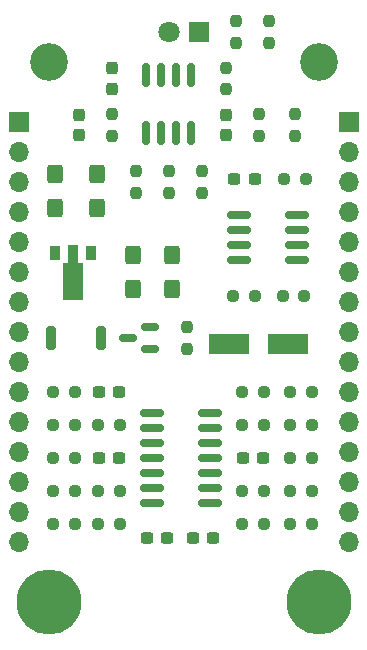
<source format=gbr>
%TF.GenerationSoftware,KiCad,Pcbnew,(6.0.9-0)*%
%TF.CreationDate,2024-03-22T18:11:38+01:00*%
%TF.ProjectId,lfo-board,6c666f2d-626f-4617-9264-2e6b69636164,rev?*%
%TF.SameCoordinates,Original*%
%TF.FileFunction,Soldermask,Top*%
%TF.FilePolarity,Negative*%
%FSLAX46Y46*%
G04 Gerber Fmt 4.6, Leading zero omitted, Abs format (unit mm)*
G04 Created by KiCad (PCBNEW (6.0.9-0)) date 2024-03-22 18:11:38*
%MOMM*%
%LPD*%
G01*
G04 APERTURE LIST*
G04 Aperture macros list*
%AMRoundRect*
0 Rectangle with rounded corners*
0 $1 Rounding radius*
0 $2 $3 $4 $5 $6 $7 $8 $9 X,Y pos of 4 corners*
0 Add a 4 corners polygon primitive as box body*
4,1,4,$2,$3,$4,$5,$6,$7,$8,$9,$2,$3,0*
0 Add four circle primitives for the rounded corners*
1,1,$1+$1,$2,$3*
1,1,$1+$1,$4,$5*
1,1,$1+$1,$6,$7*
1,1,$1+$1,$8,$9*
0 Add four rect primitives between the rounded corners*
20,1,$1+$1,$2,$3,$4,$5,0*
20,1,$1+$1,$4,$5,$6,$7,0*
20,1,$1+$1,$6,$7,$8,$9,0*
20,1,$1+$1,$8,$9,$2,$3,0*%
%AMFreePoly0*
4,1,9,3.862500,-0.866500,0.737500,-0.866500,0.737500,-0.450000,-0.737500,-0.450000,-0.737500,0.450000,0.737500,0.450000,0.737500,0.866500,3.862500,0.866500,3.862500,-0.866500,3.862500,-0.866500,$1*%
G04 Aperture macros list end*
%ADD10RoundRect,0.237500X-0.300000X-0.237500X0.300000X-0.237500X0.300000X0.237500X-0.300000X0.237500X0*%
%ADD11C,5.500000*%
%ADD12RoundRect,0.237500X0.250000X0.237500X-0.250000X0.237500X-0.250000X-0.237500X0.250000X-0.237500X0*%
%ADD13RoundRect,0.237500X0.237500X-0.250000X0.237500X0.250000X-0.237500X0.250000X-0.237500X-0.250000X0*%
%ADD14R,0.900000X1.300000*%
%ADD15FreePoly0,270.000000*%
%ADD16C,3.200000*%
%ADD17RoundRect,0.237500X0.300000X0.237500X-0.300000X0.237500X-0.300000X-0.237500X0.300000X-0.237500X0*%
%ADD18RoundRect,0.150000X0.587500X0.150000X-0.587500X0.150000X-0.587500X-0.150000X0.587500X-0.150000X0*%
%ADD19RoundRect,0.200000X-0.200000X-0.800000X0.200000X-0.800000X0.200000X0.800000X-0.200000X0.800000X0*%
%ADD20RoundRect,0.150000X-0.825000X-0.150000X0.825000X-0.150000X0.825000X0.150000X-0.825000X0.150000X0*%
%ADD21RoundRect,0.237500X-0.250000X-0.237500X0.250000X-0.237500X0.250000X0.237500X-0.250000X0.237500X0*%
%ADD22R,1.800000X1.800000*%
%ADD23C,1.800000*%
%ADD24RoundRect,0.250000X0.425000X-0.537500X0.425000X0.537500X-0.425000X0.537500X-0.425000X-0.537500X0*%
%ADD25RoundRect,0.237500X0.237500X-0.300000X0.237500X0.300000X-0.237500X0.300000X-0.237500X-0.300000X0*%
%ADD26RoundRect,0.250000X-0.425000X0.537500X-0.425000X-0.537500X0.425000X-0.537500X0.425000X0.537500X0*%
%ADD27RoundRect,0.237500X-0.237500X0.250000X-0.237500X-0.250000X0.237500X-0.250000X0.237500X0.250000X0*%
%ADD28R,1.700000X1.700000*%
%ADD29O,1.700000X1.700000*%
%ADD30R,3.500000X1.800000*%
%ADD31RoundRect,0.150000X0.150000X-0.825000X0.150000X0.825000X-0.150000X0.825000X-0.150000X-0.825000X0*%
G04 APERTURE END LIST*
D10*
%TO.C,C7*%
X42672000Y-93599000D03*
X44397000Y-93599000D03*
%TD*%
D11*
%TO.C,H1*%
X30480000Y-99060000D03*
%TD*%
D12*
%TO.C,R12*%
X36472500Y-84074000D03*
X34647500Y-84074000D03*
%TD*%
D13*
%TO.C,R34*%
X46355000Y-51712500D03*
X46355000Y-49887500D03*
%TD*%
D14*
%TO.C,U5*%
X34012000Y-69470000D03*
D15*
X32512000Y-69557500D03*
D14*
X31012000Y-69470000D03*
%TD*%
D16*
%TO.C,H2*%
X30480000Y-53376102D03*
%TD*%
D12*
%TO.C,R26*%
X48664500Y-89662000D03*
X46839500Y-89662000D03*
%TD*%
%TO.C,R23*%
X52728500Y-81280000D03*
X50903500Y-81280000D03*
%TD*%
D17*
%TO.C,C14*%
X47917500Y-63246000D03*
X46192500Y-63246000D03*
%TD*%
D18*
%TO.C,Q1*%
X39037500Y-77658000D03*
X39037500Y-75758000D03*
X37162500Y-76708000D03*
%TD*%
D19*
%TO.C,SW1*%
X30666000Y-76708000D03*
X34866000Y-76708000D03*
%TD*%
D20*
%TO.C,U4*%
X46547000Y-66294000D03*
X46547000Y-67564000D03*
X46547000Y-68834000D03*
X46547000Y-70104000D03*
X51497000Y-70104000D03*
X51497000Y-68834000D03*
X51497000Y-67564000D03*
X51497000Y-66294000D03*
%TD*%
D12*
%TO.C,R25*%
X52728500Y-84074000D03*
X50903500Y-84074000D03*
%TD*%
D21*
%TO.C,R10*%
X30837500Y-89662000D03*
X32662500Y-89662000D03*
%TD*%
D17*
%TO.C,C3*%
X36422500Y-81280000D03*
X34697500Y-81280000D03*
%TD*%
D21*
%TO.C,R29*%
X50903500Y-86868000D03*
X52728500Y-86868000D03*
%TD*%
D22*
%TO.C,D2*%
X43185000Y-50800000D03*
D23*
X40645000Y-50800000D03*
%TD*%
D24*
%TO.C,C13*%
X34544000Y-65699500D03*
X34544000Y-62824500D03*
%TD*%
D25*
%TO.C,C19*%
X35814000Y-55599500D03*
X35814000Y-53874500D03*
%TD*%
D11*
%TO.C,H3*%
X53340000Y-99060000D03*
%TD*%
D25*
%TO.C,C17*%
X33020000Y-59536500D03*
X33020000Y-57811500D03*
%TD*%
D21*
%TO.C,R2*%
X34647500Y-92456000D03*
X36472500Y-92456000D03*
%TD*%
D13*
%TO.C,R32*%
X43434000Y-64412500D03*
X43434000Y-62587500D03*
%TD*%
D21*
%TO.C,R1*%
X30837500Y-84074000D03*
X32662500Y-84074000D03*
%TD*%
D17*
%TO.C,C11*%
X36422500Y-86868000D03*
X34697500Y-86868000D03*
%TD*%
D20*
%TO.C,U1*%
X39181000Y-83058000D03*
X39181000Y-84328000D03*
X39181000Y-85598000D03*
X39181000Y-86868000D03*
X39181000Y-88138000D03*
X39181000Y-89408000D03*
X39181000Y-90678000D03*
X44131000Y-90678000D03*
X44131000Y-89408000D03*
X44131000Y-88138000D03*
X44131000Y-86868000D03*
X44131000Y-85598000D03*
X44131000Y-84328000D03*
X44131000Y-83058000D03*
%TD*%
D13*
%TO.C,R31*%
X51308000Y-59586500D03*
X51308000Y-57761500D03*
%TD*%
D26*
%TO.C,C16*%
X40894000Y-69682500D03*
X40894000Y-72557500D03*
%TD*%
D13*
%TO.C,R33*%
X35814000Y-59586500D03*
X35814000Y-57761500D03*
%TD*%
D21*
%TO.C,R14*%
X50395500Y-63246000D03*
X52220500Y-63246000D03*
%TD*%
D12*
%TO.C,R20*%
X52728500Y-92456000D03*
X50903500Y-92456000D03*
%TD*%
D27*
%TO.C,R35*%
X49149000Y-49887500D03*
X49149000Y-51712500D03*
%TD*%
D28*
%TO.C,J2*%
X27940000Y-58420000D03*
D29*
X27940000Y-60960000D03*
X27940000Y-63500000D03*
X27940000Y-66040000D03*
X27940000Y-68580000D03*
X27940000Y-71120000D03*
X27940000Y-73660000D03*
X27940000Y-76200000D03*
X27940000Y-78740000D03*
X27940000Y-81280000D03*
X27940000Y-83820000D03*
X27940000Y-86360000D03*
X27940000Y-88900000D03*
X27940000Y-91440000D03*
X27940000Y-93980000D03*
%TD*%
D12*
%TO.C,R3*%
X48664500Y-92456000D03*
X46839500Y-92456000D03*
%TD*%
%TO.C,R4*%
X48664500Y-81280000D03*
X46839500Y-81280000D03*
%TD*%
D27*
%TO.C,R5*%
X42164000Y-75795500D03*
X42164000Y-77620500D03*
%TD*%
D12*
%TO.C,R22*%
X52728500Y-89662000D03*
X50903500Y-89662000D03*
%TD*%
D21*
%TO.C,R8*%
X30837500Y-86868000D03*
X32662500Y-86868000D03*
%TD*%
%TO.C,R9*%
X30837500Y-92456000D03*
X32662500Y-92456000D03*
%TD*%
D27*
%TO.C,R30*%
X48260000Y-57761500D03*
X48260000Y-59586500D03*
%TD*%
D12*
%TO.C,R27*%
X48664500Y-84074000D03*
X46839500Y-84074000D03*
%TD*%
D17*
%TO.C,C8*%
X48614500Y-86868000D03*
X46889500Y-86868000D03*
%TD*%
D16*
%TO.C,H4*%
X53340000Y-53376102D03*
%TD*%
D13*
%TO.C,R37*%
X40640000Y-64412500D03*
X40640000Y-62587500D03*
%TD*%
D30*
%TO.C,D1*%
X45760000Y-77216000D03*
X50760000Y-77216000D03*
%TD*%
D12*
%TO.C,R28*%
X52093500Y-73152000D03*
X50268500Y-73152000D03*
%TD*%
D17*
%TO.C,C4*%
X40486500Y-93599000D03*
X38761500Y-93599000D03*
%TD*%
D24*
%TO.C,C12*%
X30988000Y-65699500D03*
X30988000Y-62824500D03*
%TD*%
D27*
%TO.C,R38*%
X45466000Y-53824500D03*
X45466000Y-55649500D03*
%TD*%
D31*
%TO.C,U6*%
X38735000Y-59371000D03*
X40005000Y-59371000D03*
X41275000Y-59371000D03*
X42545000Y-59371000D03*
X42545000Y-54421000D03*
X41275000Y-54421000D03*
X40005000Y-54421000D03*
X38735000Y-54421000D03*
%TD*%
D12*
%TO.C,R15*%
X47902500Y-73152000D03*
X46077500Y-73152000D03*
%TD*%
D25*
%TO.C,C18*%
X45466000Y-59536500D03*
X45466000Y-57811500D03*
%TD*%
D21*
%TO.C,R13*%
X34647500Y-89662000D03*
X36472500Y-89662000D03*
%TD*%
%TO.C,R6*%
X30837500Y-81280000D03*
X32662500Y-81280000D03*
%TD*%
D26*
%TO.C,C15*%
X37592000Y-69682500D03*
X37592000Y-72557500D03*
%TD*%
D28*
%TO.C,J1*%
X55880000Y-58420000D03*
D29*
X55880000Y-60960000D03*
X55880000Y-63500000D03*
X55880000Y-66040000D03*
X55880000Y-68580000D03*
X55880000Y-71120000D03*
X55880000Y-73660000D03*
X55880000Y-76200000D03*
X55880000Y-78740000D03*
X55880000Y-81280000D03*
X55880000Y-83820000D03*
X55880000Y-86360000D03*
X55880000Y-88900000D03*
X55880000Y-91440000D03*
X55880000Y-93980000D03*
%TD*%
D13*
%TO.C,R36*%
X37846000Y-64412500D03*
X37846000Y-62587500D03*
%TD*%
M02*

</source>
